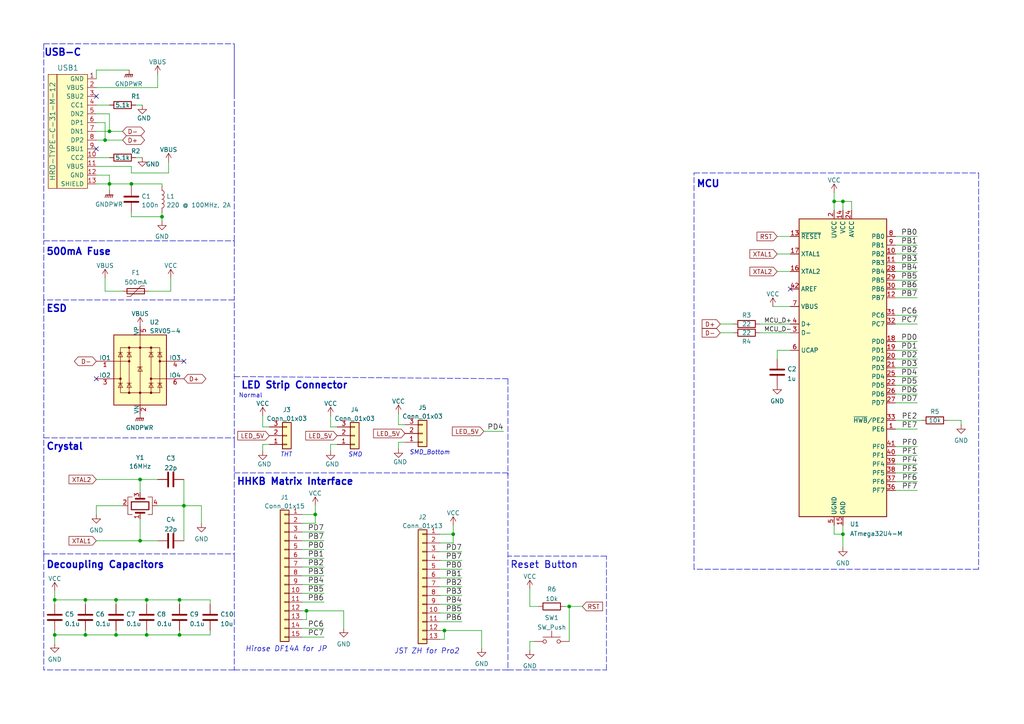
<source format=kicad_sch>
(kicad_sch (version 20211123) (generator eeschema)
  (paper "A4")
  (title_block (title "RGB-HHKB-Controller") (date "2022-08-16") (rev "1") (company "Cipulot PCB Design") (comment 1 "CC-BY-NC-SA-4.0") (comment 2 "Cipulot"))
  (lib_symbols
    (symbol "Connector_Generic:Conn_01x03" (pin_names (offset 1.016) hide)
      (property "Reference" "J" (at 0 5.08 0))
      (property "Value" "Conn_01x03" (at 0 -5.08 0))
      (symbol "Conn_01x03_1_1"
        (rectangle (start -1.27 -2.413) (end 0 -2.667) (stroke (width 0.1524)))
        (rectangle (start -1.27 0.127) (end 0 -0.127) (stroke (width 0.1524)))
        (rectangle (start -1.27 2.667) (end 0 2.413) (stroke (width 0.1524)))
        (rectangle (start -1.27 3.81) (end 1.27 -3.81) (stroke (width 0.254)) (fill (type background)))
        (pin passive line (at -5.08 2.54 0) (length 3.81) (name "Pin_1") (number "1"))
        (pin passive line (at -5.08 0 0) (length 3.81) (name "Pin_2") (number "2"))
        (pin passive line (at -5.08 -2.54 0) (length 3.81) (name "Pin_3") (number "3"))
      )
    )
    (symbol "Connector_Generic:Conn_01x13" (pin_names (offset 1.016) hide)
      (property "Reference" "J" (at 0 17.78 0))
      (property "Value" "Conn_01x13" (at 0 -17.78 0))
      (symbol "Conn_01x13_1_1"
        (rectangle (start -1.27 -15.113) (end 0 -15.367) (stroke (width 0.1524)))
        (rectangle (start -1.27 -12.573) (end 0 -12.827) (stroke (width 0.1524)))
        (rectangle (start -1.27 -10.033) (end 0 -10.287) (stroke (width 0.1524)))
        (rectangle (start -1.27 -7.493) (end 0 -7.747) (stroke (width 0.1524)))
        (rectangle (start -1.27 -4.953) (end 0 -5.207) (stroke (width 0.1524)))
        (rectangle (start -1.27 -2.413) (end 0 -2.667) (stroke (width 0.1524)))
        (rectangle (start -1.27 0.127) (end 0 -0.127) (stroke (width 0.1524)))
        (rectangle (start -1.27 2.667) (end 0 2.413) (stroke (width 0.1524)))
        (rectangle (start -1.27 5.207) (end 0 4.953) (stroke (width 0.1524)))
        (rectangle (start -1.27 7.747) (end 0 7.493) (stroke (width 0.1524)))
        (rectangle (start -1.27 10.287) (end 0 10.033) (stroke (width 0.1524)))
        (rectangle (start -1.27 12.827) (end 0 12.573) (stroke (width 0.1524)))
        (rectangle (start -1.27 15.367) (end 0 15.113) (stroke (width 0.1524)))
        (rectangle (start -1.27 16.51) (end 1.27 -16.51) (stroke (width 0.254)) (fill (type background)))
        (pin passive line (at -5.08 15.24 0) (length 3.81) (name "Pin_1") (number "1"))
        (pin passive line (at -5.08 -7.62 0) (length 3.81) (name "Pin_10") (number "10"))
        (pin passive line (at -5.08 -10.16 0) (length 3.81) (name "Pin_11") (number "11"))
        (pin passive line (at -5.08 -12.7 0) (length 3.81) (name "Pin_12") (number "12"))
        (pin passive line (at -5.08 -15.24 0) (length 3.81) (name "Pin_13") (number "13"))
        (pin passive line (at -5.08 12.7 0) (length 3.81) (name "Pin_2") (number "2"))
        (pin passive line (at -5.08 10.16 0) (length 3.81) (name "Pin_3") (number "3"))
        (pin passive line (at -5.08 7.62 0) (length 3.81) (name "Pin_4") (number "4"))
        (pin passive line (at -5.08 5.08 0) (length 3.81) (name "Pin_5") (number "5"))
        (pin passive line (at -5.08 2.54 0) (length 3.81) (name "Pin_6") (number "6"))
        (pin passive line (at -5.08 0 0) (length 3.81) (name "Pin_7") (number "7"))
        (pin passive line (at -5.08 -2.54 0) (length 3.81) (name "Pin_8") (number "8"))
        (pin passive line (at -5.08 -5.08 0) (length 3.81) (name "Pin_9") (number "9"))
      )
    )
    (symbol "Connector_Generic:Conn_01x15" (pin_names (offset 1.016) hide)
      (property "Reference" "J" (at 0 20.32 0))
      (property "Value" "Conn_01x15" (at 0 -20.32 0))
      (symbol "Conn_01x15_1_1"
        (rectangle (start -1.27 -17.653) (end 0 -17.907) (stroke (width 0.1524)))
        (rectangle (start -1.27 -15.113) (end 0 -15.367) (stroke (width 0.1524)))
        (rectangle (start -1.27 -12.573) (end 0 -12.827) (stroke (width 0.1524)))
        (rectangle (start -1.27 -10.033) (end 0 -10.287) (stroke (width 0.1524)))
        (rectangle (start -1.27 -7.493) (end 0 -7.747) (stroke (width 0.1524)))
        (rectangle (start -1.27 -4.953) (end 0 -5.207) (stroke (width 0.1524)))
        (rectangle (start -1.27 -2.413) (end 0 -2.667) (stroke (width 0.1524)))
        (rectangle (start -1.27 0.127) (end 0 -0.127) (stroke (width 0.1524)))
        (rectangle (start -1.27 2.667) (end 0 2.413) (stroke (width 0.1524)))
        (rectangle (start -1.27 5.207) (end 0 4.953) (stroke (width 0.1524)))
        (rectangle (start -1.27 7.747) (end 0 7.493) (stroke (width 0.1524)))
        (rectangle (start -1.27 10.287) (end 0 10.033) (stroke (width 0.1524)))
        (rectangle (start -1.27 12.827) (end 0 12.573) (stroke (width 0.1524)))
        (rectangle (start -1.27 15.367) (end 0 15.113) (stroke (width 0.1524)))
        (rectangle (start -1.27 17.907) (end 0 17.653) (stroke (width 0.1524)))
        (rectangle (start -1.27 19.05) (end 1.27 -19.05) (stroke (width 0.254)) (fill (type background)))
        (pin passive line (at -5.08 17.78 0) (length 3.81) (name "Pin_1") (number "1"))
        (pin passive line (at -5.08 -5.08 0) (length 3.81) (name "Pin_10") (number "10"))
        (pin passive line (at -5.08 -7.62 0) (length 3.81) (name "Pin_11") (number "11"))
        (pin passive line (at -5.08 -10.16 0) (length 3.81) (name "Pin_12") (number "12"))
        (pin passive line (at -5.08 -12.7 0) (length 3.81) (name "Pin_13") (number "13"))
        (pin passive line (at -5.08 -15.24 0) (length 3.81) (name "Pin_14") (number "14"))
        (pin passive line (at -5.08 -17.78 0) (length 3.81) (name "Pin_15") (number "15"))
        (pin passive line (at -5.08 15.24 0) (length 3.81) (name "Pin_2") (number "2"))
        (pin passive line (at -5.08 12.7 0) (length 3.81) (name "Pin_3") (number "3"))
        (pin passive line (at -5.08 10.16 0) (length 3.81) (name "Pin_4") (number "4"))
        (pin passive line (at -5.08 7.62 0) (length 3.81) (name "Pin_5") (number "5"))
        (pin passive line (at -5.08 5.08 0) (length 3.81) (name "Pin_6") (number "6"))
        (pin passive line (at -5.08 2.54 0) (length 3.81) (name "Pin_7") (number "7"))
        (pin passive line (at -5.08 0 0) (length 3.81) (name "Pin_8") (number "8"))
        (pin passive line (at -5.08 -2.54 0) (length 3.81) (name "Pin_9") (number "9"))
      )
    )
    (symbol "Device:C" (pin_numbers hide) (pin_names (offset 0.254))
      (property "Reference" "C" (at 0.635 2.54 0))
      (property "Value" "C" (at 0.635 -2.54 0))
      (symbol "C_0_1"
        (polyline (pts (xy -2.032 -0.762) (xy 2.032 -0.762)) (stroke (width 0.508)))
        (polyline (pts (xy -2.032 0.762) (xy 2.032 0.762)) (stroke (width 0.508)))
      )
      (symbol "C_1_1"
        (pin passive line (at 0 3.81 270) (length 2.794) (name "~") (number "1"))
        (pin passive line (at 0 -3.81 90) (length 2.794) (name "~") (number "2"))
      )
    )
    (symbol "Device:Crystal_GND24" (pin_names (offset 1.016) hide)
      (property "Reference" "Y" (at 3.175 5.08 0))
      (property "Value" "Crystal_GND24" (at 3.175 3.175 0))
      (symbol "Crystal_GND24_0_1"
        (rectangle (start -1.143 2.54) (end 1.143 -2.54) (stroke (width 0.3048)))
        (polyline (pts (xy -2.54 0) (xy -2.032 0)))
        (polyline (pts (xy -2.032 -1.27) (xy -2.032 1.27)) (stroke (width 0.508)))
        (polyline (pts (xy 0 -3.81) (xy 0 -3.556)))
        (polyline (pts (xy 0 3.556) (xy 0 3.81)))
        (polyline (pts (xy 2.032 -1.27) (xy 2.032 1.27)) (stroke (width 0.508)))
        (polyline (pts (xy 2.032 0) (xy 2.54 0)))
        (polyline (pts (xy -2.54 -2.286) (xy -2.54 -3.556) (xy 2.54 -3.556) (xy 2.54 -2.286)))
        (polyline (pts (xy -2.54 2.286) (xy -2.54 3.556) (xy 2.54 3.556) (xy 2.54 2.286)))
      )
      (symbol "Crystal_GND24_1_1"
        (pin passive line (at -3.81 0 0) (length 1.27) (name "1") (number "1"))
        (pin passive line (at 0 5.08 270) (length 1.27) (name "2") (number "2"))
        (pin passive line (at 3.81 0 180) (length 1.27) (name "3") (number "3"))
        (pin passive line (at 0 -5.08 90) (length 1.27) (name "4") (number "4"))
      )
    )
    (symbol "Device:L" (pin_numbers hide) (pin_names (offset 1.016) hide)
      (property "Reference" "L" (at -1.27 0 90))
      (property "Value" "L" (at 1.905 0 90))
      (symbol "L_0_1"
        (arc (start 0 -2.54) (mid 0.635 -1.905) (end 0 -1.27))
        (arc (start 0 -1.27) (mid 0.635 -0.635) (end 0 0))
        (arc (start 0 0) (mid 0.635 0.635) (end 0 1.27))
        (arc (start 0 1.27) (mid 0.635 1.905) (end 0 2.54))
      )
      (symbol "L_1_1"
        (pin passive line (at 0 3.81 270) (length 1.27) (name "1") (number "1"))
        (pin passive line (at 0 -3.81 90) (length 1.27) (name "2") (number "2"))
      )
    )
    (symbol "Device:Polyfuse" (pin_numbers hide) (pin_names (offset 0))
      (property "Reference" "F" (at -2.54 0 90))
      (property "Value" "Polyfuse" (at 2.54 0 90))
      (symbol "Polyfuse_0_1"
        (rectangle (start -0.762 2.54) (end 0.762 -2.54) (stroke (width 0.254)))
        (polyline (pts (xy 0 2.54) (xy 0 -2.54)))
        (polyline (pts (xy -1.524 2.54) (xy -1.524 1.524) (xy 1.524 -1.524) (xy 1.524 -2.54)))
      )
      (symbol "Polyfuse_1_1"
        (pin passive line (at 0 3.81 270) (length 1.27) (name "~") (number "1"))
        (pin passive line (at 0 -3.81 90) (length 1.27) (name "~") (number "2"))
      )
    )
    (symbol "Device:R" (pin_numbers hide) (pin_names (offset 0))
      (property "Reference" "R" (at 2.032 0 90))
      (property "Value" "R" (at 0 0 90))
      (symbol "R_0_1"
        (rectangle (start -1.016 -2.54) (end 1.016 2.54) (stroke (width 0.254)))
      )
      (symbol "R_1_1"
        (pin passive line (at 0 3.81 270) (length 1.27) (name "~") (number "1"))
        (pin passive line (at 0 -3.81 90) (length 1.27) (name "~") (number "2"))
      )
    )
    (symbol "MCU_Microchip_ATmega:ATmega32U4-M"
      (property "Reference" "U" (at -12.7 44.45 0))
      (property "Value" "ATmega32U4-M" (at 2.54 -44.45 0))
      (symbol "ATmega32U4-M_0_1"
        (rectangle (start -12.7 -43.18) (end 12.7 43.18) (stroke (width 0.254)) (fill (type background)))
      )
      (symbol "ATmega32U4-M_1_1"
        (pin bidirectional line (at 15.24 -17.78 180) (length 2.54) (name "PE6") (number "1"))
        (pin bidirectional line (at 15.24 33.02 180) (length 2.54) (name "PB2") (number "10"))
        (pin bidirectional line (at 15.24 30.48 180) (length 2.54) (name "PB3") (number "11"))
        (pin bidirectional line (at 15.24 20.32 180) (length 2.54) (name "PB7") (number "12"))
        (pin input line (at -15.24 38.1 0) (length 2.54) (name "~{RESET}") (number "13"))
        (pin power_in line (at 0 45.72 270) (length 2.54) (name "VCC") (number "14"))
        (pin power_in line (at 0 -45.72 90) (length 2.54) (name "GND") (number "15"))
        (pin output line (at -15.24 27.94 0) (length 2.54) (name "XTAL2") (number "16"))
        (pin input line (at -15.24 33.02 0) (length 2.54) (name "XTAL1") (number "17"))
        (pin bidirectional line (at 15.24 7.62 180) (length 2.54) (name "PD0") (number "18"))
        (pin bidirectional line (at 15.24 5.08 180) (length 2.54) (name "PD1") (number "19"))
        (pin power_in line (at -2.54 45.72 270) (length 2.54) (name "UVCC") (number "2"))
        (pin bidirectional line (at 15.24 2.54 180) (length 2.54) (name "PD2") (number "20"))
        (pin bidirectional line (at 15.24 0 180) (length 2.54) (name "PD3") (number "21"))
        (pin bidirectional line (at 15.24 -5.08 180) (length 2.54) (name "PD5") (number "22"))
        (pin passive line (at 0 -45.72 90) (length 2.54) hide (name "GND") (number "23"))
        (pin power_in line (at 2.54 45.72 270) (length 2.54) (name "AVCC") (number "24"))
        (pin bidirectional line (at 15.24 -2.54 180) (length 2.54) (name "PD4") (number "25"))
        (pin bidirectional line (at 15.24 -7.62 180) (length 2.54) (name "PD6") (number "26"))
        (pin bidirectional line (at 15.24 -10.16 180) (length 2.54) (name "PD7") (number "27"))
        (pin bidirectional line (at 15.24 27.94 180) (length 2.54) (name "PB4") (number "28"))
        (pin bidirectional line (at 15.24 25.4 180) (length 2.54) (name "PB5") (number "29"))
        (pin bidirectional line (at -15.24 10.16 0) (length 2.54) (name "D-") (number "3"))
        (pin bidirectional line (at 15.24 22.86 180) (length 2.54) (name "PB6") (number "30"))
        (pin bidirectional line (at 15.24 15.24 180) (length 2.54) (name "PC6") (number "31"))
        (pin bidirectional line (at 15.24 12.7 180) (length 2.54) (name "PC7") (number "32"))
        (pin bidirectional line (at 15.24 -15.24 180) (length 2.54) (name "~{HWB}/PE2") (number "33"))
        (pin passive line (at 0 45.72 270) (length 2.54) hide (name "VCC") (number "34"))
        (pin passive line (at 0 -45.72 90) (length 2.54) hide (name "GND") (number "35"))
        (pin bidirectional line (at 15.24 -35.56 180) (length 2.54) (name "PF7") (number "36"))
        (pin bidirectional line (at 15.24 -33.02 180) (length 2.54) (name "PF6") (number "37"))
        (pin bidirectional line (at 15.24 -30.48 180) (length 2.54) (name "PF5") (number "38"))
        (pin bidirectional line (at 15.24 -27.94 180) (length 2.54) (name "PF4") (number "39"))
        (pin bidirectional line (at -15.24 12.7 0) (length 2.54) (name "D+") (number "4"))
        (pin bidirectional line (at 15.24 -25.4 180) (length 2.54) (name "PF1") (number "40"))
        (pin bidirectional line (at 15.24 -22.86 180) (length 2.54) (name "PF0") (number "41"))
        (pin passive line (at -15.24 22.86 0) (length 2.54) (name "AREF") (number "42"))
        (pin passive line (at 0 -45.72 90) (length 2.54) hide (name "GND") (number "43"))
        (pin passive line (at 2.54 45.72 270) (length 2.54) hide (name "AVCC") (number "44"))
        (pin passive line (at 0 -45.72 90) (length 2.54) hide (name "GND") (number "45"))
        (pin passive line (at -2.54 -45.72 90) (length 2.54) (name "UGND") (number "5"))
        (pin passive line (at -15.24 5.08 0) (length 2.54) (name "UCAP") (number "6"))
        (pin input line (at -15.24 17.78 0) (length 2.54) (name "VBUS") (number "7"))
        (pin bidirectional line (at 15.24 38.1 180) (length 2.54) (name "PB0") (number "8"))
        (pin bidirectional line (at 15.24 35.56 180) (length 2.54) (name "PB1") (number "9"))
      )
    )
    (symbol "Power_Protection:SRV05-4" (pin_names (offset 0))
      (property "Reference" "U" (at -5.08 11.43 0))
      (property "Value" "SRV05-4" (at 2.54 11.43 0))
      (symbol "SRV05-4_0_0"
        (rectangle (start -5.715 6.477) (end 5.715 -6.604))
        (polyline (pts (xy -3.175 -6.604) (xy -3.175 6.477)))
        (polyline (pts (xy 3.175 6.477) (xy 3.175 -6.604)))
      )
      (symbol "SRV05-4_0_1"
        (rectangle (start -7.62 10.16) (end 7.62 -10.16) (stroke (width 0.254)) (fill (type background)))
        (circle (center -5.715 -2.54) (radius 0.2794) (fill (type outline)))
        (circle (center -3.175 -6.604) (radius 0.2794) (fill (type outline)))
        (circle (center -3.175 2.54) (radius 0.2794) (fill (type outline)))
        (circle (center -3.175 6.477) (radius 0.2794) (fill (type outline)))
        (circle (center 0 -6.604) (radius 0.2794) (fill (type outline)))
        (polyline (pts (xy -7.747 2.54) (xy -3.175 2.54)))
        (polyline (pts (xy -7.62 -2.54) (xy -5.715 -2.54)))
        (polyline (pts (xy -5.08 -3.81) (xy -6.35 -3.81)))
        (polyline (pts (xy -5.08 5.08) (xy -6.35 5.08)))
        (polyline (pts (xy -2.54 -3.81) (xy -3.81 -3.81)))
        (polyline (pts (xy -2.54 5.08) (xy -3.81 5.08)))
        (polyline (pts (xy 0 10.16) (xy 0 -10.16)))
        (polyline (pts (xy 3.81 -3.81) (xy 2.54 -3.81)))
        (polyline (pts (xy 3.81 5.08) (xy 2.54 5.08)))
        (polyline (pts (xy 6.35 -3.81) (xy 5.08 -3.81)))
        (polyline (pts (xy 6.35 5.08) (xy 5.08 5.08)))
        (polyline (pts (xy 7.62 -2.54) (xy 3.175 -2.54)))
        (polyline (pts (xy 7.62 2.54) (xy 5.715 2.54)))
        (polyline (pts (xy 0.635 0.889) (xy -0.635 0.889) (xy -0.635 0.635)))
        (polyline (pts (xy -5.08 -5.08) (xy -6.35 -5.08) (xy -5.715 -3.81) (xy -5.08 -5.08)))
        (polyline (pts (xy -5.08 3.81) (xy -6.35 3.81) (xy -5.715 5.08) (xy -5.08 3.81)))
        (polyline (pts (xy -2.54 -5.08) (xy -3.81 -5.08) (xy -3.175 -3.81) (xy -2.54 -5.08)))
        (polyline (pts (xy -2.54 3.81) (xy -3.81 3.81) (xy -3.175 5.08) (xy -2.54 3.81)))
        (polyline (pts (xy 0.635 -0.381) (xy -0.635 -0.381) (xy 0 0.889) (xy 0.635 -0.381)))
        (polyline (pts (xy 3.81 -5.08) (xy 2.54 -5.08) (xy 3.175 -3.81) (xy 3.81 -5.08)))
        (polyline (pts (xy 3.81 3.81) (xy 2.54 3.81) (xy 3.175 5.08) (xy 3.81 3.81)))
        (polyline (pts (xy 6.35 -5.08) (xy 5.08 -5.08) (xy 5.715 -3.81) (xy 6.35 -5.08)))
        (polyline (pts (xy 6.35 3.81) (xy 5.08 3.81) (xy 5.715 5.08) (xy 6.35 3.81)))
        (circle (center 0 6.477) (radius 0.2794) (fill (type outline)))
        (circle (center 3.175 -6.604) (radius 0.2794) (fill (type outline)))
        (circle (center 3.175 -2.54) (radius 0.2794) (fill (type outline)))
        (circle (center 3.175 6.477) (radius 0.2794) (fill (type outline)))
        (circle (center 5.715 2.54) (radius 0.2794) (fill (type outline)))
      )
      (symbol "SRV05-4_1_1"
        (pin passive line (at -12.7 2.54 0) (length 5.08) (name "IO1") (number "1"))
        (pin passive line (at 0 -12.7 90) (length 2.54) (name "VN") (number "2"))
        (pin passive line (at -12.7 -2.54 0) (length 5.08) (name "IO2") (number "3"))
        (pin passive line (at 12.7 2.54 180) (length 5.08) (name "IO3") (number "4"))
        (pin passive line (at 0 12.7 270) (length 2.54) (name "VP") (number "5"))
        (pin passive line (at 12.7 -2.54 180) (length 5.08) (name "IO4") (number "6"))
      )
    )
    (symbol "Switch:SW_Push" (pin_numbers hide) (pin_names (offset 1.016) hide)
      (property "Reference" "SW" (at 1.27 2.54 0))
      (property "Value" "SW_Push" (at 0 -1.524 0))
      (symbol "SW_Push_0_1"
        (circle (center -2.032 0) (radius 0.508))
        (polyline (pts (xy 0 1.27) (xy 0 3.048)))
        (polyline (pts (xy 2.54 1.27) (xy -2.54 1.27)))
        (circle (center 2.032 0) (radius 0.508))
        (pin passive line (at -5.08 0 0) (length 2.54) (name "1") (number "1"))
        (pin passive line (at 5.08 0 180) (length 2.54) (name "2") (number "2"))
      )
    )
    (symbol "cipulot_parts:HRO-TYPE-C-31-M-12" (pin_names (offset 1.016))
      (property "Reference" "USB" (at -5.08 16.51 0))
      (property "Value" "HRO-TYPE-C-31-M-12" (at -10.16 -1.27 90))
      (symbol "HRO-TYPE-C-31-M-12_0_1"
        (rectangle (start -11.43 15.24) (end -8.89 -17.78) (fill (type background)))
        (rectangle (start 0 -17.78) (end -8.89 15.24) (fill (type background)))
      )
      (symbol "HRO-TYPE-C-31-M-12_1_1"
        (pin input line (at 2.54 13.97 180) (length 2.54) (name "GND") (number "1"))
        (pin input line (at 2.54 -8.89 180) (length 2.54) (name "CC2") (number "10"))
        (pin input line (at 2.54 -11.43 180) (length 2.54) (name "VBUS") (number "11"))
        (pin input line (at 2.54 -13.97 180) (length 2.54) (name "GND") (number "12"))
        (pin input line (at 2.54 -16.51 180) (length 2.54) (name "SHIELD") (number "13"))
        (pin input line (at 2.54 11.43 180) (length 2.54) (name "VBUS") (number "2"))
        (pin input line (at 2.54 8.89 180) (length 2.54) (name "SBU2") (number "3"))
        (pin input line (at 2.54 6.35 180) (length 2.54) (name "CC1") (number "4"))
        (pin input line (at 2.54 3.81 180) (length 2.54) (name "DN2") (number "5"))
        (pin input line (at 2.54 1.27 180) (length 2.54) (name "DP1") (number "6"))
        (pin input line (at 2.54 -1.27 180) (length 2.54) (name "DN1") (number "7"))
        (pin input line (at 2.54 -3.81 180) (length 2.54) (name "DP2") (number "8"))
        (pin input line (at 2.54 -6.35 180) (length 2.54) (name "SBU1") (number "9"))
      )
    )
    (symbol "power:GND" (power) (pin_names (offset 0))
      (property "Value" "GND" (at 0 -3.81 0))
      (symbol "GND_0_1"
        (polyline (pts (xy 0 0) (xy 0 -1.27) (xy 1.27 -1.27) (xy 0 -2.54) (xy -1.27 -1.27) (xy 0 -1.27)))
      )
      (symbol "GND_1_1"
        (pin power_in line (at 0 0 270) (length 0) hide (name "GND") (number "1"))
      )
    )
    (symbol "power:GNDPWR" (power) (pin_names (offset 0))
      (property "Value" "GNDPWR" (at 0 -3.302 0))
      (symbol "GNDPWR_0_1"
        (polyline (pts (xy 0 -1.27) (xy 0 0)))
        (polyline (pts (xy -1.016 -1.27) (xy -1.27 -2.032) (xy -1.27 -2.032)) (stroke (width 0.2032)))
        (polyline (pts (xy -0.508 -1.27) (xy -0.762 -2.032) (xy -0.762 -2.032)) (stroke (width 0.2032)))
        (polyline (pts (xy 0 -1.27) (xy -0.254 -2.032) (xy -0.254 -2.032)) (stroke (width 0.2032)))
        (polyline (pts (xy 0.508 -1.27) (xy 0.254 -2.032) (xy 0.254 -2.032)) (stroke (width 0.2032)))
        (polyline (pts (xy 1.016 -1.27) (xy -1.016 -1.27) (xy -1.016 -1.27)) (stroke (width 0.2032)))
        (polyline (pts (xy 1.016 -1.27) (xy 0.762 -2.032) (xy 0.762 -2.032) (xy 0.762 -2.032)) (stroke (width 0.2032)))
      )
      (symbol "GNDPWR_1_1"
        (pin power_in line (at 0 0 270) (length 0) hide (name "GNDPWR") (number "1"))
      )
    )
    (symbol "power:VBUS" (power) (pin_names (offset 0))
      (property "Value" "VBUS" (at 0 3.81 0))
      (symbol "VBUS_0_1"
        (polyline (pts (xy -0.762 1.27) (xy 0 2.54)))
        (polyline (pts (xy 0 0) (xy 0 2.54)))
        (polyline (pts (xy 0 2.54) (xy 0.762 1.27)))
      )
      (symbol "VBUS_1_1"
        (pin power_in line (at 0 0 90) (length 0) hide (name "VBUS") (number "1"))
      )
    )
    (symbol "power:VCC" (power) (pin_names (offset 0))
      (property "Value" "VCC" (at 0 3.81 0))
      (symbol "VCC_0_1"
        (polyline (pts (xy -0.762 1.27) (xy 0 2.54)))
        (polyline (pts (xy 0 0) (xy 0 2.54)))
        (polyline (pts (xy 0 2.54) (xy 0.762 1.27)))
      )
      (symbol "VCC_1_1"
        (pin power_in line (at 0 0 90) (length 0) hide (name "VCC") (number "1"))
      )
    )
  )
  (junction (at 88.9 177.165))
  (junction (at 15.875 173.99))
  (junction (at 241.935 58.42))
  (junction (at 31.75 38.1))
  (junction (at 244.475 58.42))
  (junction (at 24.765 173.99))
  (junction (at 38.1 53.34))
  (junction (at 165.1 175.895))
  (junction (at 40.64 139.065))
  (junction (at 31.75 53.34))
  (junction (at 40.64 156.845))
  (junction (at 131.445 154.94))
  (junction (at 53.34 146.685))
  (junction (at 24.765 184.15))
  (junction (at 46.99 62.865))
  (junction (at 30.48 40.64))
  (junction (at 33.655 173.99))
  (junction (at 33.655 184.15))
  (junction (at 42.545 173.99))
  (junction (at 15.875 184.15))
  (junction (at 42.545 184.15))
  (junction (at 128.905 182.88))
  (junction (at 244.475 154.94))
  (junction (at 91.44 149.225))
  (junction (at 52.07 173.99))
  (junction (at 52.07 184.15))
  (no_connect (at 229.235 83.82))
  (no_connect (at 53.34 104.775))
  (no_connect (at 27.94 109.855))
  (no_connect (at 27.94 27.94))
  (no_connect (at 27.94 43.18))
  (wire (pts (xy 259.715 109.22) (xy 266.065 109.22)))
  (wire (pts (xy 53.34 139.065) (xy 53.34 146.685)))
  (polyline (pts (xy 67.945 109.22) (xy 147.32 109.855)))
  (wire (pts (xy 15.875 184.15) (xy 15.875 186.69)))
  (wire (pts (xy 244.475 58.42) (xy 241.935 58.42)))
  (wire (pts (xy 99.695 182.245) (xy 99.695 177.165)))
  (wire (pts (xy 52.07 184.15) (xy 60.96 184.15)))
  (wire (pts (xy 37.465 20.32) (xy 27.94 20.32)))
  (wire (pts (xy 38.1 62.865) (xy 46.99 62.865)))
  (wire (pts (xy 241.935 152.4) (xy 241.935 154.94)))
  (wire (pts (xy 40.64 156.845) (xy 45.72 156.845)))
  (wire (pts (xy 27.94 38.1) (xy 31.75 38.1)))
  (wire (pts (xy 87.63 169.545) (xy 93.98 169.545)))
  (wire (pts (xy 153.67 186.055) (xy 154.94 186.055)))
  (wire (pts (xy 39.37 45.72) (xy 41.275 45.72)))
  (polyline (pts (xy 147.32 194.31) (xy 175.895 194.31)))
  (wire (pts (xy 87.63 154.305) (xy 93.98 154.305)))
  (polyline (pts (xy 67.945 69.85) (xy 67.945 86.995)))
  (wire (pts (xy 140.335 125.095) (xy 146.05 125.095)))
  (wire (pts (xy 259.715 68.58) (xy 266.065 68.58)))
  (wire (pts (xy 259.715 134.62) (xy 266.065 134.62)))
  (wire (pts (xy 259.715 104.14) (xy 266.065 104.14)))
  (wire (pts (xy 43.18 84.455) (xy 49.53 84.455)))
  (polyline (pts (xy 12.7 12.7) (xy 12.7 69.85)))
  (wire (pts (xy 87.63 149.225) (xy 91.44 149.225)))
  (wire (pts (xy 45.72 25.4) (xy 45.72 21.59)))
  (wire (pts (xy 27.94 20.32) (xy 27.94 22.86)))
  (polyline (pts (xy 12.7 69.85) (xy 67.945 69.85)))
  (wire (pts (xy 27.94 50.8) (xy 31.75 50.8)))
  (wire (pts (xy 127.635 160.02) (xy 133.985 160.02)))
  (wire (pts (xy 259.715 139.7) (xy 266.065 139.7)))
  (wire (pts (xy 127.635 157.48) (xy 131.445 157.48)))
  (wire (pts (xy 259.715 124.46) (xy 266.065 124.46)))
  (wire (pts (xy 40.64 150.495) (xy 40.64 156.845)))
  (wire (pts (xy 95.885 123.825) (xy 95.885 120.65)))
  (wire (pts (xy 38.1 53.34) (xy 46.99 53.34)))
  (wire (pts (xy 259.715 99.06) (xy 266.065 99.06)))
  (wire (pts (xy 259.715 121.92) (xy 267.335 121.92)))
  (wire (pts (xy 244.475 58.42) (xy 244.475 60.96)))
  (wire (pts (xy 244.475 154.94) (xy 244.475 158.75)))
  (wire (pts (xy 60.96 173.99) (xy 60.96 175.26)))
  (polyline (pts (xy 67.945 161.29) (xy 67.945 194.31)))
  (wire (pts (xy 27.94 149.225) (xy 27.94 146.685)))
  (wire (pts (xy 42.545 184.15) (xy 33.655 184.15)))
  (wire (pts (xy 127.635 180.34) (xy 133.985 180.34)))
  (wire (pts (xy 241.935 55.88) (xy 241.935 58.42)))
  (wire (pts (xy 87.63 179.705) (xy 88.9 179.705)))
  (polyline (pts (xy 67.945 194.31) (xy 147.32 194.31)))
  (wire (pts (xy 127.635 154.94) (xy 131.445 154.94)))
  (wire (pts (xy 127.635 170.18) (xy 133.985 170.18)))
  (wire (pts (xy 127.635 172.72) (xy 133.985 172.72)))
  (wire (pts (xy 165.1 175.895) (xy 168.91 175.895)))
  (polyline (pts (xy 12.7 161.29) (xy 12.7 127)))
  (wire (pts (xy 259.715 86.36) (xy 266.065 86.36)))
  (wire (pts (xy 38.1 53.34) (xy 38.1 53.975)))
  (wire (pts (xy 220.345 93.98) (xy 229.235 93.98)))
  (wire (pts (xy 208.915 96.52) (xy 212.725 96.52)))
  (wire (pts (xy 38.1 61.595) (xy 38.1 62.865)))
  (polyline (pts (xy 12.7 86.995) (xy 12.7 127)))
  (wire (pts (xy 88.9 177.165) (xy 87.63 177.165)))
  (wire (pts (xy 24.765 173.99) (xy 24.765 175.26)))
  (wire (pts (xy 259.715 137.16) (xy 266.065 137.16)))
  (wire (pts (xy 15.875 173.99) (xy 15.875 171.45)))
  (wire (pts (xy 139.7 187.96) (xy 139.7 182.88)))
  (wire (pts (xy 128.905 185.42) (xy 128.905 182.88)))
  (wire (pts (xy 45.72 146.685) (xy 53.34 146.685)))
  (wire (pts (xy 27.94 139.065) (xy 40.64 139.065)))
  (wire (pts (xy 87.63 172.085) (xy 93.98 172.085)))
  (wire (pts (xy 259.715 142.24) (xy 266.065 142.24)))
  (wire (pts (xy 42.545 173.99) (xy 52.07 173.99)))
  (polyline (pts (xy 67.945 128.27) (xy 67.945 161.29)))
  (wire (pts (xy 97.79 128.905) (xy 95.885 128.905)))
  (wire (pts (xy 241.935 58.42) (xy 241.935 60.96)))
  (wire (pts (xy 15.875 182.88) (xy 15.875 184.15)))
  (wire (pts (xy 225.425 73.66) (xy 229.235 73.66)))
  (wire (pts (xy 165.1 175.895) (xy 165.1 186.055)))
  (wire (pts (xy 38.1 48.26) (xy 38.1 50.165)))
  (polyline (pts (xy 12.7 161.29) (xy 12.7 194.31)))
  (wire (pts (xy 244.475 152.4) (xy 244.475 154.94)))
  (wire (pts (xy 42.545 173.99) (xy 42.545 175.26)))
  (polyline (pts (xy 67.945 128.27) (xy 67.945 86.995)))
  (wire (pts (xy 27.94 25.4) (xy 45.72 25.4)))
  (wire (pts (xy 30.48 84.455) (xy 35.56 84.455)))
  (wire (pts (xy 115.57 123.19) (xy 115.57 120.015)))
  (wire (pts (xy 259.715 83.82) (xy 266.065 83.82)))
  (polyline (pts (xy 283.845 50.165) (xy 283.845 165.1)))
  (wire (pts (xy 259.715 101.6) (xy 266.065 101.6)))
  (wire (pts (xy 15.875 173.99) (xy 24.765 173.99)))
  (wire (pts (xy 52.07 173.99) (xy 52.07 175.26)))
  (wire (pts (xy 46.99 62.865) (xy 46.99 64.135)))
  (wire (pts (xy 27.94 48.26) (xy 38.1 48.26)))
  (wire (pts (xy 259.715 129.54) (xy 266.065 129.54)))
  (wire (pts (xy 127.635 175.26) (xy 133.985 175.26)))
  (wire (pts (xy 27.94 53.34) (xy 31.75 53.34)))
  (wire (pts (xy 87.63 184.785) (xy 93.98 184.785)))
  (wire (pts (xy 33.655 173.99) (xy 33.655 175.26)))
  (polyline (pts (xy 67.945 86.995) (xy 12.7 86.995)))
  (polyline (pts (xy 283.845 165.1) (xy 201.295 165.1)))
  (wire (pts (xy 163.83 175.895) (xy 165.1 175.895)))
  (wire (pts (xy 52.07 173.99) (xy 60.96 173.99)))
  (wire (pts (xy 220.345 96.52) (xy 229.235 96.52)))
  (wire (pts (xy 53.34 146.685) (xy 53.34 156.845)))
  (wire (pts (xy 241.935 154.94) (xy 244.475 154.94)))
  (wire (pts (xy 259.715 116.84) (xy 266.065 116.84)))
  (wire (pts (xy 78.105 128.905) (xy 76.2 128.905)))
  (wire (pts (xy 27.94 40.64) (xy 30.48 40.64)))
  (wire (pts (xy 53.34 146.685) (xy 58.42 146.685)))
  (wire (pts (xy 87.63 164.465) (xy 93.98 164.465)))
  (wire (pts (xy 259.715 76.2) (xy 266.065 76.2)))
  (wire (pts (xy 274.955 121.92) (xy 278.765 121.92)))
  (wire (pts (xy 58.42 146.685) (xy 58.42 151.765)))
  (polyline (pts (xy 201.295 165.1) (xy 201.295 50.165)))
  (wire (pts (xy 40.64 139.065) (xy 40.64 142.875)))
  (wire (pts (xy 15.875 175.26) (xy 15.875 173.99)))
  (wire (pts (xy 33.655 184.15) (xy 24.765 184.15)))
  (wire (pts (xy 31.75 33.02) (xy 31.75 38.1)))
  (polyline (pts (xy 67.945 137.16) (xy 147.32 137.16)))
  (wire (pts (xy 52.07 184.15) (xy 42.545 184.15)))
  (wire (pts (xy 128.905 182.88) (xy 127.635 182.88)))
  (wire (pts (xy 97.79 123.825) (xy 95.885 123.825)))
  (wire (pts (xy 24.765 182.88) (xy 24.765 184.15)))
  (wire (pts (xy 117.475 123.19) (xy 115.57 123.19)))
  (wire (pts (xy 127.635 177.8) (xy 133.985 177.8)))
  (wire (pts (xy 27.94 35.56) (xy 30.48 35.56)))
  (polyline (pts (xy 12.7 160.655) (xy 67.945 160.655)))
  (wire (pts (xy 127.635 165.1) (xy 133.985 165.1)))
  (wire (pts (xy 49.53 84.455) (xy 49.53 80.645)))
  (wire (pts (xy 87.63 159.385) (xy 93.98 159.385)))
  (wire (pts (xy 30.48 40.64) (xy 35.56 40.64)))
  (wire (pts (xy 46.99 53.975) (xy 46.99 53.34)))
  (wire (pts (xy 278.765 121.92) (xy 278.765 123.19)))
  (polyline (pts (xy 12.7 12.7) (xy 67.945 12.7)))
  (polyline (pts (xy 67.945 12.7) (xy 67.945 28.575)))
  (polyline (pts (xy 67.945 69.85) (xy 67.945 12.7)))
  (wire (pts (xy 78.105 123.825) (xy 76.2 123.825)))
  (wire (pts (xy 27.94 156.845) (xy 40.64 156.845)))
  (wire (pts (xy 88.9 179.705) (xy 88.9 177.165)))
  (wire (pts (xy 225.425 104.14) (xy 225.425 101.6)))
  (wire (pts (xy 225.425 68.58) (xy 229.235 68.58)))
  (wire (pts (xy 46.99 61.595) (xy 46.99 62.865)))
  (wire (pts (xy 33.655 173.99) (xy 24.765 173.99)))
  (wire (pts (xy 225.425 78.74) (xy 229.235 78.74)))
  (wire (pts (xy 42.545 182.88) (xy 42.545 184.15)))
  (wire (pts (xy 60.96 184.15) (xy 60.96 182.88)))
  (wire (pts (xy 87.63 156.845) (xy 93.98 156.845)))
  (polyline (pts (xy 175.895 194.31) (xy 175.895 161.29)))
  (wire (pts (xy 31.75 38.1) (xy 35.56 38.1)))
  (polyline (pts (xy 12.7 127) (xy 67.945 127)))
  (wire (pts (xy 27.94 146.685) (xy 35.56 146.685)))
  (polyline (pts (xy 201.295 50.165) (xy 283.845 50.165)))
  (wire (pts (xy 99.695 177.165) (xy 88.9 177.165)))
  (wire (pts (xy 39.37 30.48) (xy 41.275 30.48)))
  (wire (pts (xy 30.48 80.645) (xy 30.48 84.455)))
  (wire (pts (xy 259.715 106.68) (xy 266.065 106.68)))
  (wire (pts (xy 27.94 33.02) (xy 31.75 33.02)))
  (wire (pts (xy 259.715 81.28) (xy 266.065 81.28)))
  (wire (pts (xy 127.635 162.56) (xy 133.985 162.56)))
  (wire (pts (xy 127.635 185.42) (xy 128.905 185.42)))
  (wire (pts (xy 259.715 73.66) (xy 266.065 73.66)))
  (wire (pts (xy 15.875 184.15) (xy 24.765 184.15)))
  (wire (pts (xy 247.015 60.96) (xy 247.015 58.42)))
  (wire (pts (xy 91.44 151.765) (xy 91.44 149.225)))
  (wire (pts (xy 87.63 174.625) (xy 93.98 174.625)))
  (wire (pts (xy 259.715 71.12) (xy 266.065 71.12)))
  (wire (pts (xy 27.94 45.72) (xy 31.75 45.72)))
  (wire (pts (xy 27.94 30.48) (xy 31.75 30.48)))
  (wire (pts (xy 225.425 101.6) (xy 229.235 101.6)))
  (wire (pts (xy 42.545 173.99) (xy 33.655 173.99)))
  (wire (pts (xy 48.895 46.99) (xy 48.895 50.165)))
  (wire (pts (xy 30.48 35.56) (xy 30.48 40.64)))
  (wire (pts (xy 31.75 50.8) (xy 31.75 53.34)))
  (polyline (pts (xy 67.945 194.31) (xy 12.7 194.31)))
  (wire (pts (xy 153.67 170.815) (xy 153.67 175.895)))
  (wire (pts (xy 91.44 149.225) (xy 91.44 146.685)))
  (wire (pts (xy 259.715 91.44) (xy 266.065 91.44)))
  (wire (pts (xy 259.715 132.08) (xy 266.065 132.08)))
  (wire (pts (xy 33.655 182.88) (xy 33.655 184.15)))
  (wire (pts (xy 38.1 50.165) (xy 48.895 50.165)))
  (wire (pts (xy 259.715 114.3) (xy 266.065 114.3)))
  (wire (pts (xy 87.63 167.005) (xy 93.98 167.005)))
  (wire (pts (xy 52.07 182.88) (xy 52.07 184.15)))
  (wire (pts (xy 95.885 128.905) (xy 95.885 130.81)))
  (polyline (pts (xy 175.895 161.29) (xy 147.32 161.29)))
  (wire (pts (xy 139.7 182.88) (xy 128.905 182.88)))
  (wire (pts (xy 259.715 111.76) (xy 266.065 111.76)))
  (wire (pts (xy 31.75 53.34) (xy 31.75 55.245)))
  (wire (pts (xy 131.445 154.94) (xy 131.445 152.4)))
  (wire (pts (xy 87.63 161.925) (xy 93.98 161.925)))
  (wire (pts (xy 153.67 175.895) (xy 156.21 175.895)))
  (polyline (pts (xy 12.7 86.995) (xy 12.7 69.85)))
  (wire (pts (xy 259.715 78.74) (xy 266.065 78.74)))
  (wire (pts (xy 153.67 188.595) (xy 153.67 186.055)))
  (wire (pts (xy 31.75 53.34) (xy 38.1 53.34)))
  (wire (pts (xy 76.2 123.825) (xy 76.2 120.65)))
  (polyline (pts (xy 147.32 137.16) (xy 147.32 194.31)))
  (wire (pts (xy 131.445 157.48) (xy 131.445 154.94)))
  (wire (pts (xy 208.915 93.98) (xy 212.725 93.98)))
  (wire (pts (xy 247.015 58.42) (xy 244.475 58.42)))
  (wire (pts (xy 259.715 93.98) (xy 266.065 93.98)))
  (wire (pts (xy 76.2 128.905) (xy 76.2 130.81)))
  (wire (pts (xy 224.155 88.9) (xy 229.235 88.9)))
  (polyline (pts (xy 147.32 109.855) (xy 147.32 137.795)))
  (wire (pts (xy 87.63 151.765) (xy 91.44 151.765)))
  (wire (pts (xy 117.475 128.27) (xy 115.57 128.27)))
  (wire (pts (xy 115.57 128.27) (xy 115.57 130.175)))
  (polyline (pts (xy 12.7 161.29) (xy 12.7 160.655)))
  (wire (pts (xy 127.635 167.64) (xy 133.985 167.64)))
  (wire (pts (xy 87.63 182.245) (xy 93.98 182.245)))
  (wire (pts (xy 40.64 139.065) (xy 45.72 139.065)))
  (text "LED Strip Connector\n" (at 69.85 113.03 0) (effects (font (size 2 2) (thickness 0.4) bold) (justify left bottom)))
  (text "SMD_Bottom" (at 118.745 132.08 0) (effects (font (size 1.27 1.27) italic) (justify left bottom)))
  (text "JST ZH for Pro2" (at 114.3 189.865 0) (effects (font (size 1.524 1.524) italic) (justify left bottom)))
  (text "Crystal" (at 13.335 130.81 0) (effects (font (size 2 2) (thickness 0.4) bold) (justify left bottom)))
  (text "SMD" (at 100.965 132.715 0) (effects (font (size 1.27 1.27) italic) (justify left bottom)))
  (text "500mA Fuse" (at 13.335 74.295 0) (effects (font (size 2 2) (thickness 0.4) bold) (justify left bottom)))
  (text "Hirose DF14A for JP" (at 71.12 189.23 0) (effects (font (size 1.524 1.524) italic) (justify left bottom)))
  (text "Decoupling Capacitors\n" (at 13.335 165.1 0) (effects (font (size 2 2) (thickness 0.4) bold) (justify left bottom)))
  (text "MCU" (at 201.93 54.61 0) (effects (font (size 2 2) (thickness 0.4) bold) (justify left bottom)))
  (text "USB-C" (at 12.7 16.51 0) (effects (font (size 2 2) (thickness 0.4) bold) (justify left bottom)))
  (text "Reset Button\n" (at 147.955 165.1 0) (effects (font (size 2 2) (thickness 0.2544) bold) (justify left bottom)))
  (text "ESD" (at 13.335 90.805 0) (effects (font (size 2 2) (thickness 0.4) bold) (justify left bottom)))
  (text "THT\n" (at 81.28 132.715 0) (effects (font (size 1.27 1.27) italic) (justify left bottom)))
  (text "HHKB Matrix Interface" (at 68.58 140.97 0) (effects (font (size 2 2) (thickness 0.4) bold) (justify left bottom)))
  (text "Normal\n" (at 69.215 115.57 0) (effects (font (size 1.27 1.27)) (justify left bottom)))
  (label "PB0" (at 93.98 159.385 180) (effects (font (size 1.524 1.524))))
  (label "PD6" (at 266.065 114.3 180) (effects (font (size 1.524 1.524))))
  (label "PC7" (at 93.98 184.785 180) (effects (font (size 1.524 1.524))))
  (label "PE2" (at 266.065 121.92 180) (effects (font (size 1.524 1.524))))
  (label "PF6" (at 266.065 139.7 180) (effects (font (size 1.524 1.524))))
  (label "PD0" (at 266.065 99.06 180) (effects (font (size 1.524 1.524))))
  (label "PF0" (at 266.065 129.54 180) (effects (font (size 1.524 1.524))))
  (label "PB6" (at 266.065 83.82 180) (effects (font (size 1.524 1.524))))
  (label "PB3" (at 266.065 76.2 180) (effects (font (size 1.524 1.524))))
  (label "PB4" (at 133.985 175.26 180) (effects (font (size 1.524 1.524))))
  (label "PB4" (at 93.98 169.545 180) (effects (font (size 1.524 1.524))))
  (label "PC7" (at 266.065 93.98 180) (effects (font (size 1.524 1.524))))
  (label "PB3" (at 93.98 167.005 180) (effects (font (size 1.524 1.524))))
  (label "MCU_D-" (at 221.615 96.52 0))
  (label "PB2" (at 133.985 170.18 180) (effects (font (size 1.524 1.524))))
  (label "PB1" (at 266.065 71.12 180) (effects (font (size 1.524 1.524))))
  (label "PD1" (at 266.065 101.6 180) (effects (font (size 1.524 1.524))))
  (label "PD5" (at 266.065 111.76 180) (effects (font (size 1.524 1.524))))
  (label "PB7" (at 266.065 86.36 180) (effects (font (size 1.524 1.524))))
  (label "PF1" (at 266.065 132.08 180) (effects (font (size 1.524 1.524))))
  (label "PD7" (at 93.98 154.305 180) (effects (font (size 1.524 1.524))))
  (label "MCU_D+" (at 221.615 93.98 0))
  (label "PB5" (at 266.065 81.28 180) (effects (font (size 1.524 1.524))))
  (label "PF7" (at 266.065 142.24 180) (effects (font (size 1.524 1.524))))
  (label "PF4" (at 266.065 134.62 180) (effects (font (size 1.524 1.524))))
  (label "PB0" (at 266.065 68.58 180) (effects (font (size 1.524 1.524))))
  (label "PD3" (at 266.065 106.68 180) (effects (font (size 1.524 1.524))))
  (label "PB5" (at 133.985 177.8 180) (effects (font (size 1.524 1.524))))
  (label "PB6" (at 93.98 174.625 180) (effects (font (size 1.524 1.524))))
  (label "PD7" (at 133.985 160.02 180) (effects (font (size 1.524 1.524))))
  (label "PB2" (at 266.065 73.66 180) (effects (font (size 1.524 1.524))))
  (label "PB7" (at 133.985 162.56 180) (effects (font (size 1.524 1.524))))
  (label "PD7" (at 266.065 116.84 180) (effects (font (size 1.524 1.524))))
  (label "PB0" (at 133.985 165.1 180) (effects (font (size 1.524 1.524))))
  (label "PB1" (at 93.98 161.925 180) (effects (font (size 1.524 1.524))))
  (label "PB7" (at 93.98 156.845 180) (effects (font (size 1.524 1.524))))
  (label "PF5" (at 266.065 137.16 180) (effects (font (size 1.524 1.524))))
  (label "PD4" (at 146.05 125.095 180) (effects (font (size 1.524 1.524))))
  (label "PC6" (at 93.98 182.245 180) (effects (font (size 1.524 1.524))))
  (label "PD4" (at 266.065 109.22 180) (effects (font (size 1.524 1.524))))
  (label "PC6" (at 266.065 91.44 180) (effects (font (size 1.524 1.524))))
  (label "PB3" (at 133.985 172.72 180) (effects (font (size 1.524 1.524))))
  (label "PB2" (at 93.98 164.465 180) (effects (font (size 1.524 1.524))))
  (label "PE7" (at 266.065 124.46 180) (effects (font (size 1.524 1.524))))
  (label "PD2" (at 266.065 104.14 180) (effects (font (size 1.524 1.524))))
  (label "PB1" (at 133.985 167.64 180) (effects (font (size 1.524 1.524))))
  (label "PB6" (at 133.985 180.34 180) (effects (font (size 1.524 1.524))))
  (label "PB5" (at 93.98 172.085 180) (effects (font (size 1.524 1.524))))
  (label "PB4" (at 266.065 78.74 180) (effects (font (size 1.524 1.524))))
  (global_label "D-" (shape bidirectional) (at 35.56 38.1 0) (property "Intersheet References" "${INTERSHEET_REFS}" (effects hide)))
  (global_label "D+" (shape input) (at 208.915 93.98 180) (property "Intersheet References" "${INTERSHEET_REFS}" (effects hide)))
  (global_label "RST" (shape input) (at 225.425 68.58 180) (property "Intersheet References" "${INTERSHEET_REFS}" (effects hide)))
  (global_label "XTAL2" (shape input) (at 27.94 139.065 180) (property "Intersheet References" "${INTERSHEET_REFS}" (effects hide)))
  (global_label "XTAL1" (shape input) (at 225.425 73.66 180) (property "Intersheet References" "${INTERSHEET_REFS}" (effects hide)))
  (global_label "LED_5V" (shape input) (at 78.105 126.365 180) (property "Intersheet References" "${INTERSHEET_REFS}" (effects hide)))
  (global_label "LED_5V" (shape input) (at 140.335 125.095 180) (property "Intersheet References" "${INTERSHEET_REFS}" (effects hide)))
  (global_label "D-" (shape bidirectional) (at 27.94 104.775 180) (property "Intersheet References" "${INTERSHEET_REFS}" (effects hide)))
  (global_label "LED_5V" (shape input) (at 97.79 126.365 180) (property "Intersheet References" "${INTERSHEET_REFS}" (effects hide)))
  (global_label "XTAL2" (shape input) (at 225.425 78.74 180) (property "Intersheet References" "${INTERSHEET_REFS}" (effects hide)))
  (global_label "D+" (shape bidirectional) (at 53.34 109.855 0) (property "Intersheet References" "${INTERSHEET_REFS}" (effects hide)))
  (global_label "D+" (shape bidirectional) (at 35.56 40.64 0) (property "Intersheet References" "${INTERSHEET_REFS}" (effects hide)))
  (global_label "LED_5V" (shape input) (at 117.475 125.73 180) (property "Intersheet References" "${INTERSHEET_REFS}" (effects hide)))
  (global_label "RST" (shape input) (at 168.91 175.895 0) (property "Intersheet References" "${INTERSHEET_REFS}" (effects hide)))
  (global_label "D-" (shape input) (at 208.915 96.52 180) (property "Intersheet References" "${INTERSHEET_REFS}" (effects hide)))
  (global_label "XTAL1" (shape input) (at 27.94 156.845 180) (property "Intersheet References" "${INTERSHEET_REFS}" (effects hide)))
  (symbol (lib_id "Connector_Generic:Conn_01x03") (at 83.185 126.365 0) (mirror x) (unit 1)
    (property "Reference" "J3" (at 83.185 118.8552 0))
    (property "Value" "Conn_01x03" (at 83.185 121.3921 0))
    (property "Footprint" "Connector_PinHeader_2.00mm:PinHeader_1x03_P2.00mm_Vertical" (effects hide))
  )
  (symbol (lib_id "Device:C") (at 42.545 179.07 0) (unit 1)
    (property "Reference" "C8" (at 45.466 178.1615 0) (effects (justify left)))
    (property "Value" "0.1u" (at 45.466 180.9366 0) (effects (justify left)))
    (property "Footprint" "Capacitor_SMD:C_0603_1608Metric" (effects hide))
    (property "LCSC" "C14663" (effects hide))
  )
  (symbol (lib_id "Device:C") (at 38.1 57.785 0) (unit 1)
    (property "Reference" "C1" (at 41.021 56.9503 0) (effects (justify left)))
    (property "Value" "100n" (at 41.021 59.4872 0) (effects (justify left)))
    (property "Footprint" "Capacitor_SMD:C_0603_1608Metric" (effects hide))
    (property "LCSC" "C14663" (effects hide))
  )
  (symbol (lib_id "power:VCC") (at 153.67 170.815 0) (unit 1)
    (property "Reference" "#PWR021" (effects hide))
    (property "Value" "VCC" (at 153.67 167.2105 0))
  )
  (symbol (lib_id "power:GND") (at 278.765 123.19 0) (unit 1)
    (property "Reference" "#PWR015" (effects hide))
    (property "Value" "GND" (at 278.765 127.7525 0))
  )
  (symbol (lib_id "power:GND") (at 139.7 187.96 0) (unit 1)
    (property "Reference" "#PWR025" (effects hide))
    (property "Value" "GND" (at 139.7 192.5225 0))
  )
  (symbol (lib_id "power:GND") (at 41.275 30.48 0) (unit 1)
    (property "Reference" "#PWR03" (effects hide))
    (property "Value" "GND" (at 43.815 34.29 0) (effects (justify right)))
  )
  (symbol (lib_id "power:GND") (at 27.94 149.225 0) (unit 1)
    (property "Reference" "#PWR017" (effects hide))
    (property "Value" "GND" (at 27.94 153.7875 0))
  )
  (symbol (lib_id "power:GND") (at 15.875 186.69 0) (unit 1)
    (property "Reference" "#PWR024" (effects hide))
    (property "Value" "GND" (at 15.875 191.2525 0))
  )
  (symbol (lib_id "power:GND") (at 41.275 45.72 0) (unit 1)
    (property "Reference" "#PWR04" (effects hide))
    (property "Value" "GND" (at 46.355 47.625 0) (effects (justify right)))
  )
  (symbol (lib_id "power:GND") (at 115.57 130.175 0) (unit 1)
    (property "Reference" "#PWR0104" (effects hide))
    (property "Value" "GND" (at 118.11 133.985 0) (effects (justify right)))
  )
  (symbol (lib_id "Power_Protection:SRV05-4") (at 40.64 107.315 0) (unit 1)
    (property "Reference" "U2" (at 43.4087 93.4552 0) (effects (justify left)))
    (property "Value" "SRV05-4" (at 43.4087 95.9921 0) (effects (justify left)))
    (property "Footprint" "cipulot_parts:SOT-23-6-routable" (effects hide))
    (property "Datasheet" "http://www.onsemi.com/pub/Collateral/SRV05-4-D.PDF" (effects hide))
    (property "LCSC" "C85364" (effects hide))
  )
  (symbol (lib_id "Connector_Generic:Conn_01x15") (at 82.55 167.005 0) (mirror y) (unit 1)
    (property "Reference" "J1" (at 82.55 144.2552 0))
    (property "Value" "Conn_01x15" (at 82.55 146.7921 0))
    (property "Footprint" "cipulot_parts:DF14A-15P-1.25H" (effects hide))
  )
  (symbol (lib_id "Device:C") (at 52.07 179.07 0) (unit 1)
    (property "Reference" "C9" (at 54.991 178.1615 0) (effects (justify left)))
    (property "Value" "0.1u" (at 54.991 180.9366 0) (effects (justify left)))
    (property "Footprint" "Capacitor_SMD:C_0603_1608Metric" (effects hide))
    (property "LCSC" "C14663" (effects hide))
  )
  (symbol (lib_id "power:VCC") (at 131.445 152.4 0) (unit 1)
    (property "Reference" "#PWR019" (effects hide))
    (property "Value" "VCC" (at 131.445 148.7955 0))
  )
  (symbol (lib_id "Device:C") (at 33.655 179.07 0) (unit 1)
    (property "Reference" "C7" (at 36.576 178.1615 0) (effects (justify left)))
    (property "Value" "0.1u" (at 36.576 180.9366 0) (effects (justify left)))
    (property "Footprint" "Capacitor_SMD:C_0603_1608Metric" (effects hide))
    (property "LCSC" "C14663" (effects hide))
  )
  (symbol (lib_id "power:GND") (at 244.475 158.75 0) (unit 1)
    (property "Reference" "#PWR020" (effects hide))
    (property "Value" "GND" (at 244.475 163.3125 0))
  )
  (symbol (lib_id "power:VCC") (at 95.885 120.65 0) (unit 1)
    (property "Reference" "#PWR0102" (effects hide))
    (property "Value" "VCC" (at 95.885 117.0455 0))
  )
  (symbol (lib_id "power:VCC") (at 76.2 120.65 0) (unit 1)
    (property "Reference" "#PWR0101" (effects hide))
    (property "Value" "VCC" (at 76.2 117.0455 0))
  )
  (symbol (lib_id "power:GND") (at 225.425 111.76 0) (unit 1)
    (property "Reference" "#PWR013" (effects hide))
    (property "Value" "GND" (at 225.425 116.3225 0))
  )
  (symbol (lib_id "Device:R") (at 271.145 121.92 90) (unit 1)
    (property "Reference" "R5" (at 271.145 119.38 90))
    (property "Value" "10k" (at 271.145 121.92 90))
    (property "Footprint" "Resistor_SMD:R_0603_1608Metric" (effects hide))
  )
  (symbol (lib_id "MCU_Microchip_ATmega:ATmega32U4-M") (at 244.475 106.68 0) (unit 1)
    (property "Reference" "U1" (at 246.4944 152.0095 0) (effects (justify left)))
    (property "Value" "ATmega32U4-M" (at 246.4944 154.7846 0) (effects (justify left)))
    (property "Footprint" "Package_DFN_QFN:QFN-44-1EP_7x7mm_P0.5mm_EP5.2x5.2mm" (effects hide))
    (property "Datasheet" "http://ww1.microchip.com/downloads/en/DeviceDoc/Atmel-7766-8-bit-AVR-ATmega16U4-32U4_Datasheet.pdf" (effects hide))
    (property "LCSC" "C112161" (effects hide))
  )
  (symbol (lib_id "power:GND") (at 46.99 64.135 0) (unit 1)
    (property "Reference" "#PWR08" (effects hide))
    (property "Value" "GND" (at 46.99 68.5784 0))
  )
  (symbol (lib_id "power:VCC") (at 241.935 55.88 0) (unit 1)
    (property "Reference" "#PWR07" (effects hide))
    (property "Value" "VCC" (at 241.935 52.2755 0))
  )
  (symbol (lib_id "power:VBUS") (at 40.64 94.615 0) (unit 1)
    (property "Reference" "#PWR012" (effects hide))
    (property "Value" "VBUS" (at 40.64 91.0105 0))
  )
  (symbol (lib_id "Device:C") (at 60.96 179.07 0) (unit 1)
    (property "Reference" "C10" (at 63.881 178.1615 0) (effects (justify left)))
    (property "Value" "10u" (at 63.881 180.9366 0) (effects (justify left)))
    (property "Footprint" "Capacitor_SMD:C_0603_1608Metric" (effects hide))
    (property "LCSC" "C96446" (effects hide))
  )
  (symbol (lib_id "Device:C") (at 49.53 156.845 270) (unit 1)
    (property "Reference" "C4" (at 49.53 150.7195 90))
    (property "Value" "22p" (at 49.53 153.4946 90))
    (property "Footprint" "Capacitor_SMD:C_0603_1608Metric" (effects hide))
    (property "LCSC" "C1653" (effects hide))
  )
  (symbol (lib_id "Device:R") (at 216.535 96.52 90) (unit 1)
    (property "Reference" "R4" (at 216.535 99.06 90))
    (property "Value" "22" (at 216.535 96.52 90))
    (property "Footprint" "Resistor_SMD:R_0603_1608Metric" (effects hide))
    (property "LCSC" "C23345" (effects hide))
  )
  (symbol (lib_id "Device:Crystal_GND24") (at 40.64 146.685 90) (unit 1)
    (property "Reference" "Y1" (at 40.64 132.715 90))
    (property "Value" "16MHz" (at 40.64 135.255 90))
    (property "Footprint" "cipulot_parts:Crystal_SMD_3225-4pin_3.2x2.5mm" (effects hide))
    (property "LCSC" "C13738" (effects hide))
  )
  (symbol (lib_id "power:GNDPWR") (at 37.465 20.32 0) (unit 1)
    (property "Reference" "#PWR01" (effects hide))
    (property "Value" "GNDPWR" (at 37.338 24.357 0))
  )
  (symbol (lib_id "Device:C") (at 15.875 179.07 0) (unit 1)
    (property "Reference" "C5" (at 18.796 178.1615 0) (effects (justify left)))
    (property "Value" "0.1u" (at 18.796 180.9366 0) (effects (justify left)))
    (property "Footprint" "Capacitor_SMD:C_0603_1608Metric" (effects hide))
    (property "LCSC" "C14663" (effects hide))
  )
  (symbol (lib_id "power:GND") (at 99.695 182.245 0) (unit 1)
    (property "Reference" "#PWR023" (effects hide))
    (property "Value" "GND" (at 99.695 186.8075 0))
  )
  (symbol (lib_id "power:VBUS") (at 45.72 21.59 0) (unit 1)
    (property "Reference" "#PWR02" (effects hide))
    (property "Value" "VBUS" (at 45.72 17.9855 0))
  )
  (symbol (lib_id "Device:L") (at 46.99 57.785 0) (unit 1)
    (property "Reference" "L1" (at 48.26 56.9503 0) (effects (justify left)))
    (property "Value" "220 @ 100MHz, 2A" (at 48.26 59.4872 0) (effects (justify left)))
    (property "Footprint" "Inductor_SMD:L_0603_1608Metric" (effects hide))
    (property "LCSC" "C85832" (effects hide))
  )
  (symbol (lib_id "power:VCC") (at 91.44 146.685 0) (unit 1)
    (property "Reference" "#PWR016" (effects hide))
    (property "Value" "VCC" (at 91.44 143.0805 0))
  )
  (symbol (lib_id "cipulot_parts:HRO-TYPE-C-31-M-12") (at 25.4 36.83 0) (unit 1)
    (property "Reference" "USB1" (at 19.685 19.685 0) (effects (font (size 1.524 1.524))))
    (property "Value" "HRO-TYPE-C-31-M-12" (at 15.24 38.1 90) (effects (font (size 1.524 1.524))))
    (property "Footprint" "cipulot_parts:HRO-TYPE-C-31-M-12-Assembly" (effects hide))
    (property "LCSC" "C165948" (effects hide))
  )
  (symbol (lib_id "Device:R") (at 160.02 175.895 90) (unit 1)
    (property "Reference" "R6" (at 160.02 170.9125 90))
    (property "Value" "10k" (at 160.02 173.6876 90))
    (property "Footprint" "Resistor_SMD:R_0603_1608Metric" (effects hide))
    (property "LCSC" "C25804" (effects hide))
  )
  (symbol (lib_id "power:GND") (at 58.42 151.765 0) (unit 1)
    (property "Reference" "#PWR018" (effects hide))
    (property "Value" "GND" (at 58.42 156.3275 0))
  )
  (symbol (lib_id "Device:C") (at 225.425 107.95 0) (unit 1)
    (property "Reference" "C2" (at 228.346 107.0415 0) (effects (justify left)))
    (property "Value" "1u" (at 228.346 109.8166 0) (effects (justify left)))
    (property "Footprint" "Capacitor_SMD:C_0603_1608Metric" (effects hide))
    (property "LCSC" "C15849" (effects hide))
  )
  (symbol (lib_id "power:GND") (at 153.67 188.595 0) (unit 1)
    (property "Reference" "#PWR026" (effects hide))
    (property "Value" "GND" (at 153.67 193.1575 0))
  )
  (symbol (lib_id "Device:R") (at 35.56 45.72 90) (unit 1)
    (property "Reference" "R2" (at 39.37 43.815 90))
    (property "Value" "5.1k" (at 35.56 45.72 90))
    (property "Footprint" "Resistor_SMD:R_0402_1005Metric" (effects hide))
    (property "LCSC" "C25905" (effects hide))
  )
  (symbol (lib_id "power:VCC") (at 224.155 88.9 0) (unit 1)
    (property "Reference" "#PWR011" (effects hide))
    (property "Value" "VCC" (at 224.155 85.2955 0))
  )
  (symbol (lib_id "power:GND") (at 76.2 130.81 0) (unit 1)
    (property "Reference" "#PWR031" (effects hide))
    (property "Value" "GND" (at 78.74 134.62 0) (effects (justify right)))
  )
  (symbol (lib_id "power:VCC") (at 15.875 171.45 0) (unit 1)
    (property "Reference" "#PWR022" (effects hide))
    (property "Value" "VCC" (at 15.875 167.8455 0))
  )
  (symbol (lib_id "Device:R") (at 35.56 30.48 270) (unit 1)
    (property "Reference" "R1" (at 39.37 27.94 90))
    (property "Value" "5.1k" (at 35.56 30.48 90))
    (property "Footprint" "Resistor_SMD:R_0402_1005Metric" (effects hide))
    (property "LCSC" "C25905" (effects hide))
  )
  (symbol (lib_id "Device:Polyfuse") (at 39.37 84.455 270) (unit 1)
    (property "Reference" "F1" (at 39.37 79.0915 90))
    (property "Value" "500mA" (at 39.37 81.8666 90))
    (property "Footprint" "Fuse:Fuse_1206_3216Metric" (effects hide))
    (property "LCSC" "C70076" (effects hide))
  )
  (symbol (lib_id "Switch:SW_Push") (at 160.02 186.055 0) (unit 1)
    (property "Reference" "SW1" (at 160.02 179.1675 0))
    (property "Value" "SW_Push" (at 160.02 181.9426 0))
    (property "Footprint" "Button_Switch_THT:SW_Tactile_SKHH_Angled" (effects hide))
    (property "LCSC" "C139763" (effects hide))
  )
  (symbol (lib_id "Connector_Generic:Conn_01x03") (at 102.87 126.365 0) (mirror x) (unit 1)
    (property "Reference" "J4" (at 102.87 118.8552 0))
    (property "Value" "Conn_01x03" (at 102.87 121.3921 0))
    (property "Footprint" "cipulot_parts:LED_Strip_Pad" (effects hide))
  )
  (symbol (lib_id "power:VBUS") (at 30.48 80.645 0) (unit 1)
    (property "Reference" "#PWR09" (effects hide))
    (property "Value" "VBUS" (at 30.48 77.0405 0))
  )
  (symbol (lib_id "Device:R") (at 216.535 93.98 90) (unit 1)
    (property "Reference" "R3" (at 216.535 91.44 90))
    (property "Value" "22" (at 216.535 93.98 90))
    (property "Footprint" "Resistor_SMD:R_0603_1608Metric" (effects hide))
    (property "LCSC" "C23345" (effects hide))
  )
  (symbol (lib_id "power:VCC") (at 115.57 120.015 0) (unit 1)
    (property "Reference" "#PWR0103" (effects hide))
    (property "Value" "VCC" (at 115.57 116.4105 0))
  )
  (symbol (lib_id "power:VBUS") (at 48.895 46.99 0) (unit 1)
    (property "Reference" "#PWR05" (effects hide))
    (property "Value" "VBUS" (at 48.895 43.4142 0))
  )
  (symbol (lib_id "Connector_Generic:Conn_01x13") (at 122.555 170.18 0) (mirror y) (unit 1)
    (property "Reference" "J2" (at 122.555 149.9702 0))
    (property "Value" "Conn_01x13" (at 122.555 152.5071 0))
    (property "Footprint" "cipulot_parts:S13B-ZR-SM4A-TF" (effects hide))
  )
  (symbol (lib_id "power:GND") (at 95.885 130.81 0) (unit 1)
    (property "Reference" "#PWR032" (effects hide))
    (property "Value" "GND" (at 98.425 134.62 0) (effects (justify right)))
  )
  (symbol (lib_id "Device:C") (at 24.765 179.07 0) (unit 1)
    (property "Reference" "C6" (at 27.686 178.1615 0) (effects (justify left)))
    (property "Value" "0.1u" (at 27.686 180.9366 0) (effects (justify left)))
    (property "Footprint" "Capacitor_SMD:C_0603_1608Metric" (effects hide))
    (property "LCSC" "C14663" (effects hide))
  )
  (symbol (lib_id "Device:C") (at 49.53 139.065 270) (unit 1)
    (property "Reference" "C3" (at 49.53 132.9395 90))
    (property "Value" "22p" (at 49.53 135.7146 90))
    (property "Footprint" "Capacitor_SMD:C_0603_1608Metric" (effects hide))
    (property "LCSC" "C1653" (effects hide))
  )
  (symbol (lib_id "power:GNDPWR") (at 40.64 120.015 0) (unit 1)
    (property "Reference" "#PWR014" (effects hide))
    (property "Value" "GNDPWR" (at 40.513 124.052 0))
  )
  (symbol (lib_id "power:VCC") (at 49.53 80.645 0) (unit 1)
    (property "Reference" "#PWR010" (effects hide))
    (property "Value" "VCC" (at 49.53 77.0405 0))
  )
  (symbol (lib_id "Connector_Generic:Conn_01x03") (at 122.555 125.73 0) (mirror x) (unit 1)
    (property "Reference" "J5" (at 122.555 118.2202 0))
    (property "Value" "Conn_01x03" (at 122.555 120.7571 0))
    (property "Footprint" "cipulot_parts:LED_Strip_Pad" (effects hide))
  )
  (symbol (lib_id "power:GNDPWR") (at 31.75 55.245 0) (unit 1)
    (property "Reference" "#PWR06" (effects hide))
    (property "Value" "GNDPWR" (at 31.623 59.282 0))
  )
)
</source>
